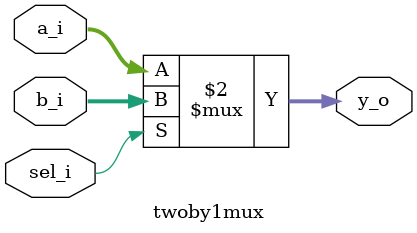
<source format=v>
module twoby1mux (

  input   wire [7:0]    a_i,   // First leg of the mux
  input   wire [7:0]    b_i,   // Second leg of the mux
  input   wire          sel_i, // Mux select
  output  reg [7:0]    y_o   // Mux output
);
  
  always@(*) begin 
    y_o = (sel_i) ? b_i : a_i;
  end
  
endmodule

</source>
